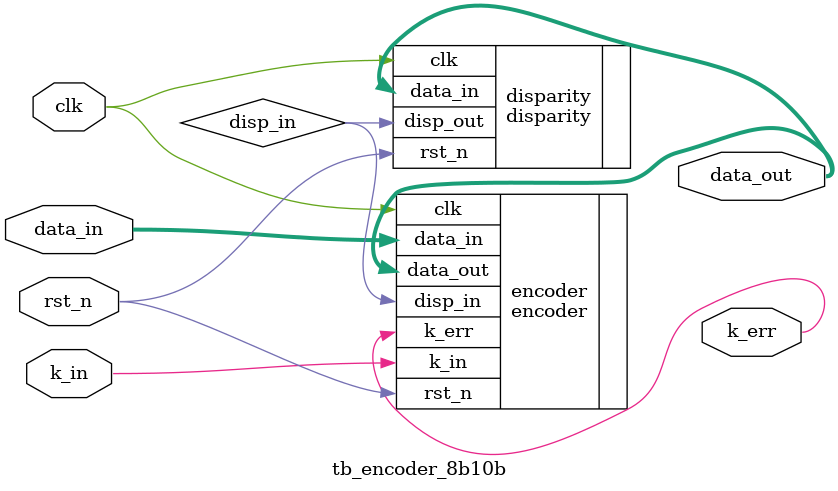
<source format=sv>

`include "./tb_disparity.sv"
`include "./tb_encoder_3b4b.sv"
`include "./tb_encoder_5b6b.sv"
`include "./tb_encoder.sv"
module tb_encoder_8b10b (clk,
                      rst_n,
                      k_in,
                      data_in,
                      k_err,
                      data_out);

  input        clk;     //clock for 8b10b
  input        rst_n;   //active low reset
  input        k_in;    //K/D symbol
  input  [7:0] data_in; //data input
  output [9:0] data_out;//data outpur
  output       k_err;   //K symbol error
  
  wire disp_in;
  
  encoder encoder ( 
            .clk       (clk),
            .rst_n     (rst_n),
            .disp_in   (disp_in),
            .data_in   (data_in),
            .k_in      (k_in),
            .k_err     (k_err),
            .data_out  (data_out)
            );
  
  disparity disparity ( 
            .clk       (clk),
            .rst_n     (rst_n),
            .data_in   (data_out),
            .disp_out  (disp_in)
            );
  
endmodule


</source>
